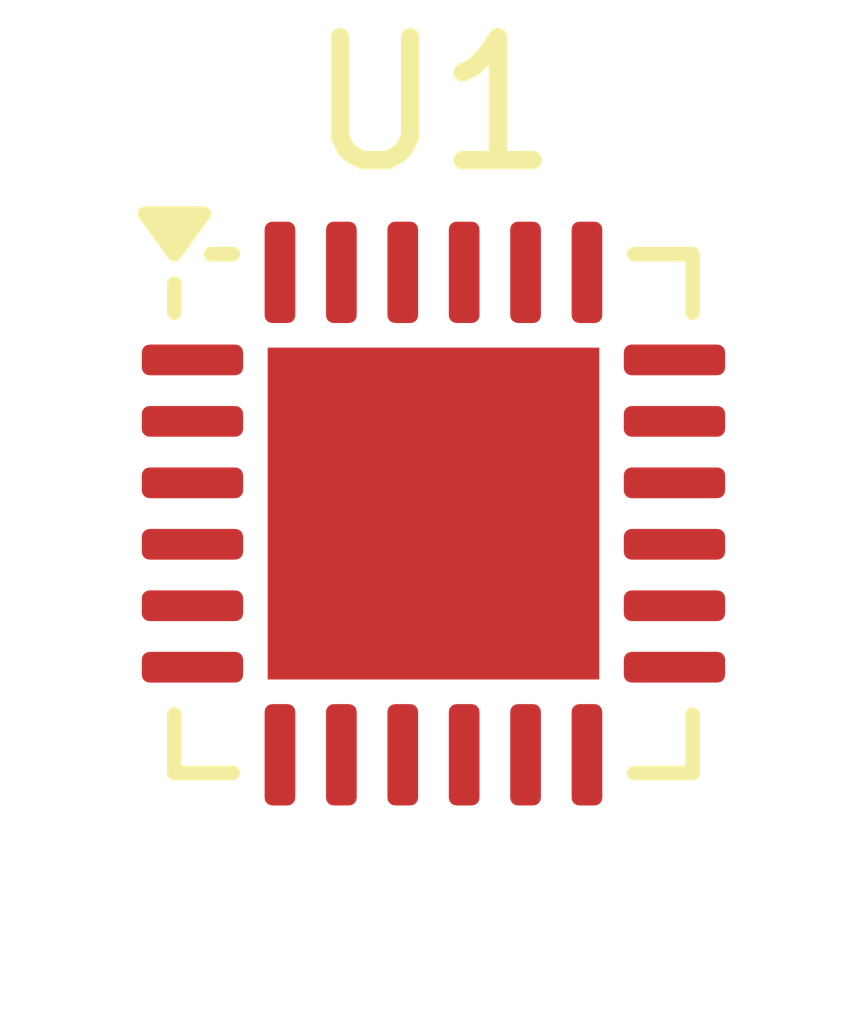
<source format=kicad_pcb>
(kicad_pcb (version 20240108) (generator "pcbnew") (generator_version "8.0")
  (layers (0 "F.Cu" signal) (31 "B.Cu" signal) (34 "B.Paste" user) (35 "F.Paste" user) (36 "B.SilkS" user "B.Silkscreen") (37 "F.SilkS" user "F.Silkscreen") (38 "B.Mask" user) (39 "F.Mask" user) (44 "Edge.Cuts" user))
  (net 0 "")
  (net 4 "Net-(U1-GND-Pad17)")
  (net 7 "Net-(U1-SYS-Pad15)")
  (net 9 "Net-(U1-BAT-Pad13)")
  (net 10 "Net-(U1-SW-Pad19)")
  (footprint "Package_DFN_QFN:Texas_RGE0024H_VQFN-24-1EP_4x4mm_P0.5mm_EP2.7x2.7mm" (layer "F.Cu") (at 81.75 80.4375)
    (property "Reference" "U1" (at 0 -3.33 0) (layer "F.SilkS"))
    (property "Value" "BQ25606")
    (fp_line (start -2.11 -1.635) (end -2.11 -1.87) (stroke (width 0.12)) (layer "F.SilkS"))
    (fp_line (start -2.11 2.11) (end -2.11 1.635) (stroke (width 0.12)) (layer "F.SilkS"))
    (fp_line (start -1.635 -2.11) (end -1.81 -2.11) (stroke (width 0.12)) (layer "F.SilkS"))
    (fp_line (start -1.635 2.11) (end -2.11 2.11) (stroke (width 0.12)) (layer "F.SilkS"))
    (fp_line (start 1.635 -2.11) (end 2.11 -2.11) (stroke (width 0.12)) (layer "F.SilkS"))
    (fp_line (start 1.635 2.11) (end 2.11 2.11) (stroke (width 0.12)) (layer "F.SilkS"))
    (fp_line (start 2.11 -2.11) (end 2.11 -1.635) (stroke (width 0.12)) (layer "F.SilkS"))
    (fp_line (start 2.11 2.11) (end 2.11 1.635) (stroke (width 0.12)) (layer "F.SilkS"))
    (fp_poly (pts (xy -2.11 -2.11) (xy -2.35 -2.44) (xy -1.87 -2.44) (xy -2.11 -2.11)) (stroke (width 0.12)) (fill solid) (layer "F.SilkS"))
    (pad "1" smd roundrect (at -1.9625 -1.25) (size 0.825 0.25) (layers "F.Cu" "F.Paste" "F.Mask"))
    (pad "2" smd roundrect (at -1.9625 -0.75) (size 0.825 0.25) (layers "F.Cu" "F.Paste" "F.Mask"))
    (pad "3" smd roundrect (at -1.9625 -0.25) (size 0.825 0.25) (layers "F.Cu" "F.Paste" "F.Mask"))
    (pad "4" smd roundrect (at -1.9625 0.25) (size 0.825 0.25) (layers "F.Cu" "F.Paste" "F.Mask"))
    (pad "5" smd roundrect (at -1.9625 0.75) (size 0.825 0.25) (layers "F.Cu" "F.Paste" "F.Mask"))
    (pad "6" smd roundrect (at -1.9625 1.25) (size 0.825 0.25) (layers "F.Cu" "F.Paste" "F.Mask"))
    (pad "7" smd roundrect (at -1.25 1.9625) (size 0.25 0.825) (layers "F.Cu" "F.Paste" "F.Mask"))
    (pad "8" smd roundrect (at -0.75 1.9625) (size 0.25 0.825) (layers "F.Cu" "F.Paste" "F.Mask"))
    (pad "9" smd roundrect (at -0.25 1.9625) (size 0.25 0.825) (layers "F.Cu" "F.Paste" "F.Mask"))
    (pad "10" smd roundrect (at 0.25 1.9625) (size 0.25 0.825) (layers "F.Cu" "F.Paste" "F.Mask"))
    (pad "11" smd roundrect (at 0.75 1.9625) (size 0.25 0.825) (layers "F.Cu" "F.Paste" "F.Mask"))
    (pad "12" smd roundrect (at 1.25 1.9625) (size 0.25 0.825) (layers "F.Cu" "F.Paste" "F.Mask"))
    (pad "13" smd roundrect (at 1.9625 1.25) (size 0.825 0.25) (layers "F.Cu" "F.Paste" "F.Mask") (net 9 "Net-(U1-BAT-Pad13)"))
    (pad "14" smd roundrect (at 1.9625 0.75) (size 0.825 0.25) (layers "F.Cu" "F.Paste" "F.Mask") (net 9 "Net-(U1-BAT-Pad13)"))
    (pad "15" smd roundrect (at 1.9625 0.25) (size 0.825 0.25) (layers "F.Cu" "F.Paste" "F.Mask") (net 7 "Net-(U1-SYS-Pad15)"))
    (pad "16" smd roundrect (at 1.9625 -0.25) (size 0.825 0.25) (layers "F.Cu" "F.Paste" "F.Mask") (net 7 "Net-(U1-SYS-Pad15)"))
    (pad "17" smd roundrect (at 1.9625 -0.75) (size 0.825 0.25) (layers "F.Cu" "F.Paste" "F.Mask") (net 4 "Net-(U1-GND-Pad17)"))
    (pad "18" smd roundrect (at 1.9625 -1.25) (size 0.825 0.25) (layers "F.Cu" "F.Paste" "F.Mask") (net 4 "Net-(U1-GND-Pad17)"))
    (pad "19" smd roundrect (at 1.25 -1.9625) (size 0.25 0.825) (layers "F.Cu" "F.Paste" "F.Mask") (net 10 "Net-(U1-SW-Pad19)"))
    (pad "20" smd roundrect (at 0.75 -1.9625) (size 0.25 0.825) (layers "F.Cu" "F.Paste" "F.Mask") (net 10 "Net-(U1-SW-Pad19)"))
    (pad "21" smd roundrect (at 0.25 -1.9625) (size 0.25 0.825) (layers "F.Cu" "F.Paste" "F.Mask"))
    (pad "22" smd roundrect (at -0.25 -1.9625) (size 0.25 0.825) (layers "F.Cu" "F.Paste" "F.Mask"))
    (pad "23" smd roundrect (at -0.75 -1.9625) (size 0.25 0.825) (layers "F.Cu" "F.Paste" "F.Mask"))
    (pad "24" smd roundrect (at -1.25 -1.9625) (size 0.25 0.825) (layers "F.Cu" "F.Paste" "F.Mask"))
    (pad "25" smd rect (at 0 0) (size 2.7 2.7) (property pad_prop_heatsink) (layers "F.Cu" "F.Mask") (net 4 "Net-(U1-GND-Pad17)"))
  )
)
</source>
